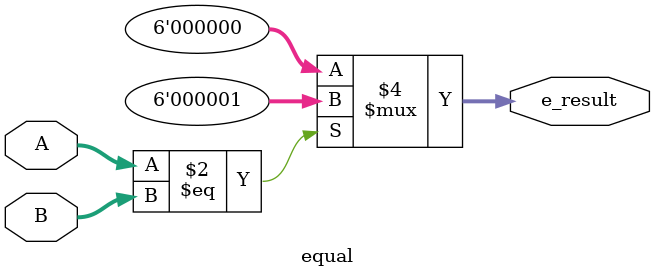
<source format=sv>
module equal(input logic [5:0] A, B, output logic [5:0] e_result);
	always_comb
	begin 
		if(A==B)
			e_result <= 6'd1;
		else 
			e_result <= 6'd0;
	end 
endmodule
</source>
